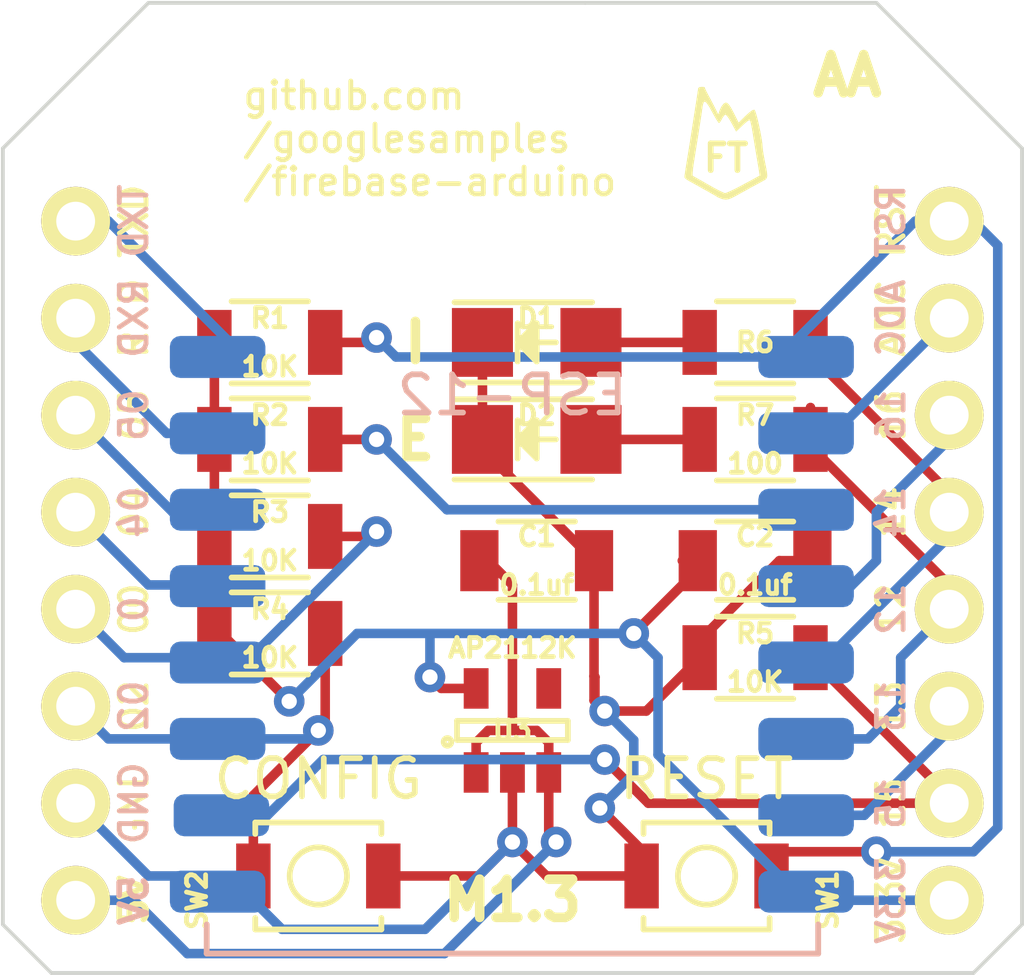
<source format=kicad_pcb>
(kicad_pcb (version 4) (host pcbnew "(2016-07-11 BZR 6975, Git 98ad509)-product")

  (general
    (links 43)
    (no_connects 0)
    (area 179.019999 75.514999 205.790001 101.015001)
    (thickness 1.6)
    (drawings 12)
    (tracks 162)
    (zones 0)
    (modules 17)
    (nets 21)
  )

  (page A4)
  (layers
    (0 F.Cu signal)
    (31 B.Cu signal)
    (32 B.Adhes user)
    (33 F.Adhes user)
    (34 B.Paste user)
    (35 F.Paste user)
    (36 B.SilkS user)
    (37 F.SilkS user)
    (38 B.Mask user)
    (39 F.Mask user)
    (40 Dwgs.User user)
    (41 Cmts.User user)
    (42 Eco1.User user)
    (43 Eco2.User user)
    (44 Edge.Cuts user)
    (45 Margin user)
    (46 B.CrtYd user)
    (47 F.CrtYd user)
    (48 B.Fab user)
    (49 F.Fab user)
  )

  (setup
    (last_trace_width 0.25)
    (trace_clearance 0.2)
    (zone_clearance 0.508)
    (zone_45_only no)
    (trace_min 0.2)
    (segment_width 0.2)
    (edge_width 0.1)
    (via_size 0.8)
    (via_drill 0.4)
    (via_min_size 0.4)
    (via_min_drill 0.3)
    (uvia_size 0.3)
    (uvia_drill 0.1)
    (uvias_allowed no)
    (uvia_min_size 0.2)
    (uvia_min_drill 0.1)
    (pcb_text_width 0.3)
    (pcb_text_size 1.5 1.5)
    (mod_edge_width 0.15)
    (mod_text_size 1 1)
    (mod_text_width 0.15)
    (pad_size 1.5 1.5)
    (pad_drill 0.6)
    (pad_to_mask_clearance 0)
    (aux_axis_origin 0 0)
    (visible_elements FFFFFF7F)
    (pcbplotparams
      (layerselection 0x010f8_ffffffff)
      (usegerberextensions false)
      (excludeedgelayer false)
      (linewidth 0.100000)
      (plotframeref false)
      (viasonmask false)
      (mode 1)
      (useauxorigin false)
      (hpglpennumber 1)
      (hpglpenspeed 20)
      (hpglpendiameter 15)
      (psnegative false)
      (psa4output false)
      (plotreference true)
      (plotvalue true)
      (plotinvisibletext false)
      (padsonsilk false)
      (subtractmaskfromsilk false)
      (outputformat 1)
      (mirror false)
      (drillshape 0)
      (scaleselection 1)
      (outputdirectory gerbers1.3/))
  )

  (net 0 "")
  (net 1 /RST)
  (net 2 GND)
  (net 3 /EN)
  (net 4 /RX)
  (net 5 /TX)
  (net 6 /FLASH/0/D3)
  (net 7 /SS/15/D8)
  (net 8 /MISO/12/D6)
  (net 9 /MOSI/13/D7)
  (net 10 /SCL/5/D1)
  (net 11 /SDA/4/D2)
  (net 12 /2/D4)
  (net 13 /SCK/14/D5)
  (net 14 /16/D0)
  (net 15 /ADC/A0)
  (net 16 +3V3)
  (net 17 "Net-(D1-Pad2)")
  (net 18 "Net-(D2-Pad2)")
  (net 19 +5V)
  (net 20 "Net-(U3-Pad4)")

  (net_class Default "This is the default net class."
    (clearance 0.2)
    (trace_width 0.25)
    (via_dia 0.8)
    (via_drill 0.4)
    (uvia_dia 0.3)
    (uvia_drill 0.1)
    (add_net +3V3)
    (add_net +5V)
    (add_net /16/D0)
    (add_net /2/D4)
    (add_net /ADC/A0)
    (add_net /EN)
    (add_net /FLASH/0/D3)
    (add_net /MISO/12/D6)
    (add_net /MOSI/13/D7)
    (add_net /RST)
    (add_net /RX)
    (add_net /SCK/14/D5)
    (add_net /SCL/5/D1)
    (add_net /SDA/4/D2)
    (add_net /SS/15/D8)
    (add_net /TX)
    (add_net GND)
    (add_net "Net-(D1-Pad2)")
    (add_net "Net-(D2-Pad2)")
    (add_net "Net-(U3-Pad4)")
  )

  (module firethings-mini locked (layer F.Cu) (tedit 57AFB6F9) (tstamp 57B88A32)
    (at 192.405 91.44)
    (path /577AD0C8)
    (fp_text reference U2 (at 0 11.43) (layer F.SilkS) hide
      (effects (font (size 1 1) (thickness 0.15)))
    )
    (fp_text value Firethings_Mini (at 0 3.81) (layer F.Fab) hide
      (effects (font (size 1 1) (thickness 0.15)))
    )
    (fp_text user 5V (at -9.906 7.62 90) (layer B.SilkS)
      (effects (font (size 0.7 0.7) (thickness 0.15)) (justify mirror))
    )
    (fp_text user 5V (at -9.906 7.62 90) (layer F.SilkS)
      (effects (font (size 0.7 0.7) (thickness 0.15)))
    )
    (fp_line (start -13.335 8.255) (end -13.335 -12.065) (layer F.Fab) (width 0.15))
    (fp_line (start -13.335 8.255) (end -12.065 9.525) (layer F.Fab) (width 0.15))
    (fp_line (start -12.065 9.525) (end 12.065 9.525) (layer F.Fab) (width 0.15))
    (fp_line (start 12.065 9.525) (end 13.335 8.255) (layer F.Fab) (width 0.15))
    (fp_line (start 13.335 8.255) (end 13.335 -12.065) (layer F.Fab) (width 0.15))
    (fp_line (start 13.335 -12.065) (end 9.525 -15.875) (layer F.Fab) (width 0.15))
    (fp_line (start 9.525 -15.875) (end -9.525 -15.875) (layer F.Fab) (width 0.15))
    (fp_line (start -9.525 -15.875) (end -13.335 -12.065) (layer F.Fab) (width 0.15))
    (fp_text user 3.3V (at 9.906 7.62 90) (layer B.SilkS)
      (effects (font (size 0.7 0.7) (thickness 0.125)) (justify mirror))
    )
    (fp_text user 15 (at 9.906 5.08 90) (layer B.SilkS)
      (effects (font (size 0.7 0.7) (thickness 0.125)) (justify mirror))
    )
    (fp_text user 13 (at 9.906 2.54 90) (layer B.SilkS)
      (effects (font (size 0.7 0.7) (thickness 0.125)) (justify mirror))
    )
    (fp_text user 12 (at 9.906 0 90) (layer B.SilkS)
      (effects (font (size 0.7 0.7) (thickness 0.125)) (justify mirror))
    )
    (fp_text user 14 (at 9.906 -2.54 90) (layer B.SilkS)
      (effects (font (size 0.7 0.7) (thickness 0.125)) (justify mirror))
    )
    (fp_text user 16 (at 9.906 -5.08 90) (layer B.SilkS)
      (effects (font (size 0.7 0.7) (thickness 0.125)) (justify mirror))
    )
    (fp_text user ADC (at 9.906 -7.62 90) (layer B.SilkS)
      (effects (font (size 0.7 0.7) (thickness 0.125)) (justify mirror))
    )
    (fp_text user RST (at 9.906 -10.16 90) (layer B.SilkS)
      (effects (font (size 0.7 0.7) (thickness 0.125)) (justify mirror))
    )
    (fp_text user GND (at -9.906 5.08 90) (layer B.SilkS)
      (effects (font (size 0.7 0.7) (thickness 0.125)) (justify mirror))
    )
    (fp_text user 02 (at -9.906 2.54 90) (layer B.SilkS)
      (effects (font (size 0.7 0.7) (thickness 0.125)) (justify mirror))
    )
    (fp_text user 0 (at -9.906 0 90) (layer B.SilkS)
      (effects (font (size 0.7 0.7) (thickness 0.125)) (justify mirror))
    )
    (fp_text user 04 (at -9.906 -2.54 90) (layer B.SilkS)
      (effects (font (size 0.7 0.7) (thickness 0.125)) (justify mirror))
    )
    (fp_text user 05 (at -9.906 -5.08 90) (layer B.SilkS)
      (effects (font (size 0.7 0.7) (thickness 0.125)) (justify mirror))
    )
    (fp_text user RXD (at -9.906 -7.62 90) (layer B.SilkS)
      (effects (font (size 0.7 0.7) (thickness 0.125)) (justify mirror))
    )
    (fp_text user TXD (at -9.906 -10.16 90) (layer B.SilkS)
      (effects (font (size 0.7 0.7) (thickness 0.125)) (justify mirror))
    )
    (fp_text user 14 (at 9.906 -2.54 90) (layer F.SilkS)
      (effects (font (size 0.7 0.7) (thickness 0.125)))
    )
    (fp_text user 12 (at 9.906 0 90) (layer F.SilkS)
      (effects (font (size 0.7 0.7) (thickness 0.125)))
    )
    (fp_text user 13 (at 9.906 2.54 90) (layer F.SilkS)
      (effects (font (size 0.7 0.7) (thickness 0.125)))
    )
    (fp_text user 15 (at 9.906 5.08 90) (layer F.SilkS)
      (effects (font (size 0.7 0.7) (thickness 0.125)))
    )
    (fp_text user 05 (at -9.906 -5.08 90) (layer F.SilkS)
      (effects (font (size 0.7 0.7) (thickness 0.125)))
    )
    (fp_text user 04 (at -9.906 -2.54 90) (layer F.SilkS)
      (effects (font (size 0.7 0.7) (thickness 0.125)))
    )
    (fp_text user 00 (at -9.906 0 90) (layer F.SilkS)
      (effects (font (size 0.7 0.7) (thickness 0.125)))
    )
    (fp_text user 3.3V (at 9.906 7.62 90) (layer F.SilkS)
      (effects (font (size 0.7 0.7) (thickness 0.125)))
    )
    (fp_text user 16 (at 9.906 -5.08 90) (layer F.SilkS)
      (effects (font (size 0.7 0.7) (thickness 0.125)))
    )
    (fp_text user ADC (at 9.906 -7.62 90) (layer F.SilkS)
      (effects (font (size 0.7 0.7) (thickness 0.125)))
    )
    (fp_text user RST (at 9.906 -10.16 90) (layer F.SilkS)
      (effects (font (size 0.7 0.7) (thickness 0.125)))
    )
    (fp_text user GND (at -9.906 5.08 90) (layer F.SilkS)
      (effects (font (size 0.7 0.7) (thickness 0.125)))
    )
    (fp_text user 02 (at -9.906 2.54 90) (layer F.SilkS)
      (effects (font (size 0.7 0.7) (thickness 0.125)))
    )
    (fp_text user RXD (at -9.906 -7.62 90) (layer F.SilkS)
      (effects (font (size 0.7 0.7) (thickness 0.125)))
    )
    (fp_text user TXD (at -9.906 -10.16 90) (layer F.SilkS)
      (effects (font (size 0.7 0.7) (thickness 0.125)))
    )
    (pad 8 thru_hole circle (at -11.43 -10.16) (size 1.8 1.8) (drill 1.016) (layers *.Cu *.Mask F.SilkS)
      (net 5 /TX))
    (pad 7 thru_hole circle (at -11.43 -7.62) (size 1.8 1.8) (drill 1.016) (layers *.Cu *.Mask F.SilkS)
      (net 4 /RX))
    (pad 6 thru_hole circle (at -11.43 -5.08) (size 1.8 1.8) (drill 1.016) (layers *.Cu *.Mask F.SilkS)
      (net 10 /SCL/5/D1))
    (pad 5 thru_hole circle (at -11.43 -2.54) (size 1.8 1.8) (drill 1.016) (layers *.Cu *.Mask F.SilkS)
      (net 11 /SDA/4/D2))
    (pad 4 thru_hole circle (at -11.43 0) (size 1.8 1.8) (drill 1.016) (layers *.Cu *.Mask F.SilkS)
      (net 6 /FLASH/0/D3))
    (pad 3 thru_hole circle (at -11.43 2.54) (size 1.8 1.8) (drill 1.016) (layers *.Cu *.Mask F.SilkS)
      (net 12 /2/D4))
    (pad 2 thru_hole circle (at -11.43 5.08) (size 1.8 1.8) (drill 1.016) (layers *.Cu *.Mask F.SilkS)
      (net 2 GND))
    (pad 1 thru_hole circle (at -11.43 7.62) (size 1.8 1.8) (drill 1.016) (layers *.Cu *.Mask F.SilkS)
      (net 19 +5V))
    (pad 16 thru_hole circle (at 11.43 7.62) (size 1.8 1.8) (drill 1.016) (layers *.Cu *.Mask F.SilkS)
      (net 16 +3V3))
    (pad 15 thru_hole circle (at 11.43 5.08) (size 1.8 1.8) (drill 1.016) (layers *.Cu *.Mask F.SilkS)
      (net 7 /SS/15/D8))
    (pad 14 thru_hole circle (at 11.43 2.54) (size 1.8 1.8) (drill 1.016) (layers *.Cu *.Mask F.SilkS)
      (net 9 /MOSI/13/D7))
    (pad 13 thru_hole circle (at 11.43 0) (size 1.8 1.8) (drill 1.016) (layers *.Cu *.Mask F.SilkS)
      (net 8 /MISO/12/D6))
    (pad 12 thru_hole circle (at 11.43 -2.54) (size 1.8 1.8) (drill 1.016) (layers *.Cu *.Mask F.SilkS)
      (net 13 /SCK/14/D5))
    (pad 11 thru_hole circle (at 11.43 -5.08) (size 1.8 1.8) (drill 1.016) (layers *.Cu *.Mask F.SilkS)
      (net 14 /16/D0))
    (pad 10 thru_hole circle (at 11.43 -7.62) (size 1.8 1.8) (drill 1.016) (layers *.Cu *.Mask F.SilkS)
      (net 15 /ADC/A0))
    (pad 9 thru_hole circle (at 11.43 -10.16) (size 1.8 1.8) (drill 1.016) (layers *.Cu *.Mask F.SilkS)
      (net 1 /RST))
    (model ${KISYS3DMOD}/Pin_Headers.3dshapes/Pin_Header_Straight_1x08.wrl
      (at (xyz -0.455 0.05 -0.05))
      (scale (xyz 1 1 1))
      (rotate (xyz 180 0 90))
    )
    (model ${KISYS3DMOD}/Pin_Headers.3dshapes/Pin_Header_Straight_1x08.wrl
      (at (xyz 0.455 0.05 -0.05))
      (scale (xyz 1 1 1))
      (rotate (xyz 180 0 90))
    )
  )

  (module afshar-kicad-libraries:ESP-12-SMD locked (layer B.Cu) (tedit 577D20FD) (tstamp 577D2F73)
    (at 199.39 84.836 180)
    (descr "Module, ESP-8266, ESP-12, 16 pad, SMD")
    (tags "Module ESP-8266 ESP8266")
    (path /57795B78)
    (fp_text reference U1 (at 1.5 -16.6 180) (layer B.SilkS) hide
      (effects (font (size 1 1) (thickness 0.15)) (justify mirror))
    )
    (fp_text value ESP-12 (at 6.992 -1 180) (layer B.SilkS)
      (effects (font (size 1 1) (thickness 0.15)) (justify mirror))
    )
    (fp_line (start -2.25 0.5) (end -2.25 8.75) (layer B.CrtYd) (width 0.05))
    (fp_line (start -2.25 8.75) (end 15.25 8.75) (layer B.CrtYd) (width 0.05))
    (fp_line (start 15.25 8.75) (end 16.25 8.75) (layer B.CrtYd) (width 0.05))
    (fp_line (start 16.25 8.75) (end 16.25 -16) (layer B.CrtYd) (width 0.05))
    (fp_line (start 16.25 -16) (end -2.25 -16) (layer B.CrtYd) (width 0.05))
    (fp_line (start -2.25 -16) (end -2.25 0.5) (layer B.CrtYd) (width 0.05))
    (fp_line (start -1.016 8.382) (end 14.986 8.382) (layer B.CrtYd) (width 0.1524))
    (fp_line (start 14.986 8.382) (end 14.986 0.889) (layer B.CrtYd) (width 0.1524))
    (fp_line (start -1.016 8.382) (end -1.016 1.016) (layer B.CrtYd) (width 0.1524))
    (fp_line (start -1.016 -14.859) (end -1.016 -15.621) (layer B.SilkS) (width 0.1524))
    (fp_line (start -1.016 -15.621) (end 14.986 -15.621) (layer B.SilkS) (width 0.1524))
    (fp_line (start 14.986 -15.621) (end 14.986 -14.859) (layer B.SilkS) (width 0.1524))
    (fp_line (start 14.992 8.4) (end -1.008 2.6) (layer B.CrtYd) (width 0.1524))
    (fp_line (start -1.008 8.4) (end 14.992 2.6) (layer B.CrtYd) (width 0.1524))
    (fp_line (start -1.008 2.6) (end 14.992 2.6) (layer B.CrtYd) (width 0.1524))
    (fp_line (start 15 8.4) (end 15 -15.6) (layer B.Fab) (width 0.05))
    (fp_line (start 14.992 -15.6) (end -1.008 -15.6) (layer B.Fab) (width 0.05))
    (fp_line (start -1.008 -15.6) (end -1.008 8.4) (layer B.Fab) (width 0.05))
    (fp_line (start -1.008 8.4) (end 14.992 8.4) (layer B.Fab) (width 0.05))
    (pad 1 smd roundrect (at 0 0 180) (size 2.5 1.1) (drill (offset -0.7 0)) (layers B.Cu B.Paste B.Mask)(roundrect_rratio 0.25)
      (net 1 /RST))
    (pad 2 smd roundrect (at 0 -2 180) (size 2.5 1.1) (drill (offset -0.7 0)) (layers B.Cu B.Paste B.Mask)(roundrect_rratio 0.25)
      (net 15 /ADC/A0))
    (pad 3 smd roundrect (at 0 -4 180) (size 2.5 1.1) (drill (offset -0.7 0)) (layers B.Cu B.Paste B.Mask)(roundrect_rratio 0.25)
      (net 3 /EN))
    (pad 4 smd roundrect (at 0 -6 180) (size 2.5 1.1) (drill (offset -0.7 0)) (layers B.Cu B.Paste B.Mask)(roundrect_rratio 0.25)
      (net 14 /16/D0))
    (pad 5 smd roundrect (at 0 -8 180) (size 2.5 1.1) (drill (offset -0.7 0)) (layers B.Cu B.Paste B.Mask)(roundrect_rratio 0.25)
      (net 13 /SCK/14/D5))
    (pad 6 smd roundrect (at 0 -10 180) (size 2.5 1.1) (drill (offset -0.7 0)) (layers B.Cu B.Paste B.Mask)(roundrect_rratio 0.25)
      (net 8 /MISO/12/D6))
    (pad 7 smd roundrect (at 0 -12 180) (size 2.5 1.1) (drill (offset -0.7 0)) (layers B.Cu B.Paste B.Mask)(roundrect_rratio 0.25)
      (net 9 /MOSI/13/D7))
    (pad 8 smd roundrect (at 0 -14 180) (size 2.5 1.1) (drill (offset -0.7 0)) (layers B.Cu B.Paste B.Mask)(roundrect_rratio 0.25)
      (net 16 +3V3))
    (pad 9 smd roundrect (at 14 -14 180) (size 2.5 1.1) (drill (offset 0.7 0)) (layers B.Cu B.Paste B.Mask)(roundrect_rratio 0.25)
      (net 2 GND))
    (pad 10 smd roundrect (at 14 -12 180) (size 2.5 1.1) (drill (offset 0.6 0)) (layers B.Cu B.Paste B.Mask)(roundrect_rratio 0.25)
      (net 7 /SS/15/D8))
    (pad 11 smd roundrect (at 14 -10 180) (size 2.5 1.1) (drill (offset 0.7 0)) (layers B.Cu B.Paste B.Mask)(roundrect_rratio 0.25)
      (net 12 /2/D4))
    (pad 12 smd roundrect (at 14 -8 180) (size 2.5 1.1) (drill (offset 0.7 0)) (layers B.Cu B.Paste B.Mask)(roundrect_rratio 0.25)
      (net 6 /FLASH/0/D3))
    (pad 13 smd roundrect (at 14 -6 180) (size 2.5 1.1) (drill (offset 0.7 0)) (layers B.Cu B.Paste B.Mask)(roundrect_rratio 0.25)
      (net 11 /SDA/4/D2))
    (pad 14 smd roundrect (at 14 -4 180) (size 2.5 1.1) (drill (offset 0.7 0)) (layers B.Cu B.Paste B.Mask)(roundrect_rratio 0.25)
      (net 10 /SCL/5/D1))
    (pad 15 smd roundrect (at 14 -2 180) (size 2.5 1.1) (drill (offset 0.7 0)) (layers B.Cu B.Paste B.Mask)(roundrect_rratio 0.25)
      (net 4 /RX))
    (pad 16 smd roundrect (at 14 0 180) (size 2.5 1.1) (drill (offset 0.7 0)) (layers B.Cu B.Paste B.Mask)(roundrect_rratio 0.25)
      (net 5 /TX))
    (model ${ESPLIB}/ESP8266.3dshapes/ESP-12.wrl
      (at (xyz 0 0 0))
      (scale (xyz 0.3937 0.3937 0.3937))
      (rotate (xyz 0 0 0))
    )
  )

  (module LEDs:LED_1206 (layer F.Cu) (tedit 57AE30D4) (tstamp 57962D09)
    (at 193.04 84.455)
    (descr "LED 1206 smd package")
    (tags "LED1206 SMD")
    (path /57962C56)
    (attr smd)
    (fp_text reference D1 (at 0 -0.635) (layer F.SilkS)
      (effects (font (size 0.5 0.5) (thickness 0.125)))
    )
    (fp_text value I (at -3.175 0) (layer F.SilkS)
      (effects (font (size 1 1) (thickness 0.25)))
    )
    (fp_line (start -2.15 1.05) (end 1.45 1.05) (layer F.SilkS) (width 0.15))
    (fp_line (start -2.15 -1.05) (end 1.45 -1.05) (layer F.SilkS) (width 0.15))
    (fp_line (start -0.1 -0.3) (end -0.1 0.3) (layer F.SilkS) (width 0.15))
    (fp_line (start -0.1 0.3) (end -0.4 0) (layer F.SilkS) (width 0.15))
    (fp_line (start -0.4 0) (end -0.2 -0.2) (layer F.SilkS) (width 0.15))
    (fp_line (start -0.2 -0.2) (end -0.2 0.05) (layer F.SilkS) (width 0.15))
    (fp_line (start -0.2 0.05) (end -0.25 0) (layer F.SilkS) (width 0.15))
    (fp_line (start -0.5 -0.5) (end -0.5 0.5) (layer F.SilkS) (width 0.15))
    (fp_line (start 0 0) (end 0.5 0) (layer F.SilkS) (width 0.15))
    (fp_line (start -0.5 0) (end 0 -0.5) (layer F.SilkS) (width 0.15))
    (fp_line (start 0 -0.5) (end 0 0.5) (layer F.SilkS) (width 0.15))
    (fp_line (start 0 0.5) (end -0.5 0) (layer F.SilkS) (width 0.15))
    (fp_line (start 2.5 -1.25) (end -2.5 -1.25) (layer F.CrtYd) (width 0.05))
    (fp_line (start -2.5 -1.25) (end -2.5 1.25) (layer F.CrtYd) (width 0.05))
    (fp_line (start -2.5 1.25) (end 2.5 1.25) (layer F.CrtYd) (width 0.05))
    (fp_line (start 2.5 1.25) (end 2.5 -1.25) (layer F.CrtYd) (width 0.05))
    (pad 2 smd rect (at 1.41986 0 180) (size 1.59766 1.80086) (layers F.Cu F.Paste F.Mask)
      (net 17 "Net-(D1-Pad2)"))
    (pad 1 smd rect (at -1.41986 0 180) (size 1.59766 1.80086) (layers F.Cu F.Paste F.Mask)
      (net 2 GND))
    (model LEDs.3dshapes/LED_1206.wrl
      (at (xyz 0 0 0))
      (scale (xyz 1 1 1))
      (rotate (xyz 0 0 180))
    )
  )

  (module LEDs:LED_1206 (layer F.Cu) (tedit 57AE30D8) (tstamp 5797AB8B)
    (at 193.04 86.995)
    (descr "LED 1206 smd package")
    (tags "LED1206 SMD")
    (path /5797AFAD)
    (attr smd)
    (fp_text reference D2 (at 0 -0.635) (layer F.SilkS)
      (effects (font (size 0.5 0.5) (thickness 0.125)))
    )
    (fp_text value E (at -3.175 0) (layer F.SilkS)
      (effects (font (size 1 1) (thickness 0.25)))
    )
    (fp_line (start -2.15 1.05) (end 1.45 1.05) (layer F.SilkS) (width 0.15))
    (fp_line (start -2.15 -1.05) (end 1.45 -1.05) (layer F.SilkS) (width 0.15))
    (fp_line (start -0.1 -0.3) (end -0.1 0.3) (layer F.SilkS) (width 0.15))
    (fp_line (start -0.1 0.3) (end -0.4 0) (layer F.SilkS) (width 0.15))
    (fp_line (start -0.4 0) (end -0.2 -0.2) (layer F.SilkS) (width 0.15))
    (fp_line (start -0.2 -0.2) (end -0.2 0.05) (layer F.SilkS) (width 0.15))
    (fp_line (start -0.2 0.05) (end -0.25 0) (layer F.SilkS) (width 0.15))
    (fp_line (start -0.5 -0.5) (end -0.5 0.5) (layer F.SilkS) (width 0.15))
    (fp_line (start 0 0) (end 0.5 0) (layer F.SilkS) (width 0.15))
    (fp_line (start -0.5 0) (end 0 -0.5) (layer F.SilkS) (width 0.15))
    (fp_line (start 0 -0.5) (end 0 0.5) (layer F.SilkS) (width 0.15))
    (fp_line (start 0 0.5) (end -0.5 0) (layer F.SilkS) (width 0.15))
    (fp_line (start 2.5 -1.25) (end -2.5 -1.25) (layer F.CrtYd) (width 0.05))
    (fp_line (start -2.5 -1.25) (end -2.5 1.25) (layer F.CrtYd) (width 0.05))
    (fp_line (start -2.5 1.25) (end 2.5 1.25) (layer F.CrtYd) (width 0.05))
    (fp_line (start 2.5 1.25) (end 2.5 -1.25) (layer F.CrtYd) (width 0.05))
    (pad 2 smd rect (at 1.41986 0 180) (size 1.59766 1.80086) (layers F.Cu F.Paste F.Mask)
      (net 18 "Net-(D2-Pad2)"))
    (pad 1 smd rect (at -1.41986 0 180) (size 1.59766 1.80086) (layers F.Cu F.Paste F.Mask)
      (net 2 GND))
    (model LEDs.3dshapes/LED_1206.wrl
      (at (xyz 0 0 0))
      (scale (xyz 1 1 1))
      (rotate (xyz 0 0 180))
    )
  )

  (module Capacitors_SMD:C_1206 (layer F.Cu) (tedit 57AFBA58) (tstamp 57B86F4B)
    (at 193.04 90.17)
    (descr "Capacitor SMD 1206, reflow soldering, AVX (see smccp.pdf)")
    (tags "capacitor 1206")
    (path /579D1D49)
    (attr smd)
    (fp_text reference C1 (at 0 -0.635 180) (layer F.SilkS)
      (effects (font (size 0.5 0.5) (thickness 0.125)))
    )
    (fp_text value 0.1uf (at 0 0.635) (layer F.SilkS)
      (effects (font (size 0.5 0.5) (thickness 0.125)))
    )
    (fp_line (start -2.3 -1.15) (end 2.3 -1.15) (layer F.CrtYd) (width 0.05))
    (fp_line (start -2.3 1.15) (end 2.3 1.15) (layer F.CrtYd) (width 0.05))
    (fp_line (start -2.3 -1.15) (end -2.3 1.15) (layer F.CrtYd) (width 0.05))
    (fp_line (start 2.3 -1.15) (end 2.3 1.15) (layer F.CrtYd) (width 0.05))
    (fp_line (start 1 -1.025) (end -1 -1.025) (layer F.SilkS) (width 0.15))
    (fp_line (start -1 1.025) (end 1 1.025) (layer F.SilkS) (width 0.15))
    (pad 1 smd rect (at -1.5 0) (size 1 1.6) (layers F.Cu F.Paste F.Mask)
      (net 19 +5V))
    (pad 2 smd rect (at 1.5 0) (size 1 1.6) (layers F.Cu F.Paste F.Mask)
      (net 2 GND))
    (model Capacitors_SMD.3dshapes/C_1206.wrl
      (at (xyz 0 0 0))
      (scale (xyz 1 1 1))
      (rotate (xyz 0 0 0))
    )
  )

  (module Capacitors_SMD:C_1206 (layer F.Cu) (tedit 57AFBA8F) (tstamp 57B86F51)
    (at 198.755 90.17)
    (descr "Capacitor SMD 1206, reflow soldering, AVX (see smccp.pdf)")
    (tags "capacitor 1206")
    (path /579D18FF)
    (attr smd)
    (fp_text reference C2 (at 0 -0.635 180) (layer F.SilkS)
      (effects (font (size 0.5 0.5) (thickness 0.125)))
    )
    (fp_text value 0.1uf (at 0 0.635) (layer F.SilkS)
      (effects (font (size 0.5 0.5) (thickness 0.125)))
    )
    (fp_line (start -2.3 -1.15) (end 2.3 -1.15) (layer F.CrtYd) (width 0.05))
    (fp_line (start -2.3 1.15) (end 2.3 1.15) (layer F.CrtYd) (width 0.05))
    (fp_line (start -2.3 -1.15) (end -2.3 1.15) (layer F.CrtYd) (width 0.05))
    (fp_line (start 2.3 -1.15) (end 2.3 1.15) (layer F.CrtYd) (width 0.05))
    (fp_line (start 1 -1.025) (end -1 -1.025) (layer F.SilkS) (width 0.15))
    (fp_line (start -1 1.025) (end 1 1.025) (layer F.SilkS) (width 0.15))
    (pad 1 smd rect (at -1.5 0) (size 1 1.6) (layers F.Cu F.Paste F.Mask)
      (net 16 +3V3))
    (pad 2 smd rect (at 1.5 0) (size 1 1.6) (layers F.Cu F.Paste F.Mask)
      (net 2 GND))
    (model Capacitors_SMD.3dshapes/C_1206.wrl
      (at (xyz 0 0 0))
      (scale (xyz 1 1 1))
      (rotate (xyz 0 0 0))
    )
  )

  (module TO_SOT_Packages_SMD:SOT-23-5 (layer F.Cu) (tedit 57AFBAD6) (tstamp 57B86F61)
    (at 192.405 94.615 90)
    (descr "5-pin SOT23 package")
    (tags SOT-23-5)
    (path /579D17F1)
    (attr smd)
    (fp_text reference U3 (at 0 0 180) (layer F.SilkS)
      (effects (font (size 0.5 0.5) (thickness 0.125)))
    )
    (fp_text value AP2112K (at 2.159 0 360) (layer F.SilkS)
      (effects (font (size 0.5 0.5) (thickness 0.125)))
    )
    (fp_line (start -1.8 -1.6) (end 1.8 -1.6) (layer F.CrtYd) (width 0.05))
    (fp_line (start 1.8 -1.6) (end 1.8 1.6) (layer F.CrtYd) (width 0.05))
    (fp_line (start 1.8 1.6) (end -1.8 1.6) (layer F.CrtYd) (width 0.05))
    (fp_line (start -1.8 1.6) (end -1.8 -1.6) (layer F.CrtYd) (width 0.05))
    (fp_circle (center -0.3 -1.7) (end -0.2 -1.7) (layer F.SilkS) (width 0.15))
    (fp_line (start 0.25 -1.45) (end -0.25 -1.45) (layer F.SilkS) (width 0.15))
    (fp_line (start 0.25 1.45) (end 0.25 -1.45) (layer F.SilkS) (width 0.15))
    (fp_line (start -0.25 1.45) (end 0.25 1.45) (layer F.SilkS) (width 0.15))
    (fp_line (start -0.25 -1.45) (end -0.25 1.45) (layer F.SilkS) (width 0.15))
    (pad 1 smd rect (at -1.1 -0.95 90) (size 1.06 0.65) (layers F.Cu F.Paste F.Mask)
      (net 19 +5V))
    (pad 2 smd rect (at -1.1 0 90) (size 1.06 0.65) (layers F.Cu F.Paste F.Mask)
      (net 2 GND))
    (pad 3 smd rect (at -1.1 0.95 90) (size 1.06 0.65) (layers F.Cu F.Paste F.Mask)
      (net 19 +5V))
    (pad 4 smd rect (at 1.1 0.95 90) (size 1.06 0.65) (layers F.Cu F.Paste F.Mask)
      (net 20 "Net-(U3-Pad4)"))
    (pad 5 smd rect (at 1.1 -0.95 90) (size 1.06 0.65) (layers F.Cu F.Paste F.Mask)
      (net 16 +3V3))
    (model TO_SOT_Packages_SMD.3dshapes/SOT-23-5.wrl
      (at (xyz 0 0 0))
      (scale (xyz 1 1 1))
      (rotate (xyz 0 0 0))
    )
  )

  (module Resistors_SMD:R_1206 (layer F.Cu) (tedit 57AFB72E) (tstamp 57B86FE5)
    (at 186.055 84.455 180)
    (descr "Resistor SMD 1206, reflow soldering, Vishay (see dcrcw.pdf)")
    (tags "resistor 1206")
    (path /57795AB9)
    (attr smd)
    (fp_text reference R1 (at 0 0.635 180) (layer F.SilkS)
      (effects (font (size 0.5 0.5) (thickness 0.125)))
    )
    (fp_text value 10K (at 0 -0.635 360) (layer F.SilkS)
      (effects (font (size 0.5 0.5) (thickness 0.125)))
    )
    (fp_line (start -2.2 -1.2) (end 2.2 -1.2) (layer F.CrtYd) (width 0.05))
    (fp_line (start -2.2 1.2) (end 2.2 1.2) (layer F.CrtYd) (width 0.05))
    (fp_line (start -2.2 -1.2) (end -2.2 1.2) (layer F.CrtYd) (width 0.05))
    (fp_line (start 2.2 -1.2) (end 2.2 1.2) (layer F.CrtYd) (width 0.05))
    (fp_line (start 1 1.075) (end -1 1.075) (layer F.SilkS) (width 0.15))
    (fp_line (start -1 -1.075) (end 1 -1.075) (layer F.SilkS) (width 0.15))
    (pad 1 smd rect (at -1.45 0 180) (size 0.9 1.7) (layers F.Cu F.Paste F.Mask)
      (net 1 /RST))
    (pad 2 smd rect (at 1.45 0 180) (size 0.9 1.7) (layers F.Cu F.Paste F.Mask)
      (net 16 +3V3))
    (model Resistors_SMD.3dshapes/R_1206.wrl
      (at (xyz 0 0 0))
      (scale (xyz 1 1 1))
      (rotate (xyz 0 0 0))
    )
  )

  (module Resistors_SMD:R_1206 (layer F.Cu) (tedit 57AFB747) (tstamp 57B86FEA)
    (at 186.055 86.995)
    (descr "Resistor SMD 1206, reflow soldering, Vishay (see dcrcw.pdf)")
    (tags "resistor 1206")
    (path /57795ABB)
    (attr smd)
    (fp_text reference R2 (at 0 -0.635) (layer F.SilkS)
      (effects (font (size 0.5 0.5) (thickness 0.125)))
    )
    (fp_text value 10K (at 0 0.635) (layer F.SilkS)
      (effects (font (size 0.5 0.5) (thickness 0.125)))
    )
    (fp_line (start -2.2 -1.2) (end 2.2 -1.2) (layer F.CrtYd) (width 0.05))
    (fp_line (start -2.2 1.2) (end 2.2 1.2) (layer F.CrtYd) (width 0.05))
    (fp_line (start -2.2 -1.2) (end -2.2 1.2) (layer F.CrtYd) (width 0.05))
    (fp_line (start 2.2 -1.2) (end 2.2 1.2) (layer F.CrtYd) (width 0.05))
    (fp_line (start 1 1.075) (end -1 1.075) (layer F.SilkS) (width 0.15))
    (fp_line (start -1 -1.075) (end 1 -1.075) (layer F.SilkS) (width 0.15))
    (pad 1 smd rect (at -1.45 0) (size 0.9 1.7) (layers F.Cu F.Paste F.Mask)
      (net 16 +3V3))
    (pad 2 smd rect (at 1.45 0) (size 0.9 1.7) (layers F.Cu F.Paste F.Mask)
      (net 3 /EN))
    (model Resistors_SMD.3dshapes/R_1206.wrl
      (at (xyz 0 0 0))
      (scale (xyz 1 1 1))
      (rotate (xyz 0 0 0))
    )
  )

  (module Resistors_SMD:R_1206 (layer F.Cu) (tedit 57AFB766) (tstamp 57B86FEF)
    (at 186.055 89.535)
    (descr "Resistor SMD 1206, reflow soldering, Vishay (see dcrcw.pdf)")
    (tags "resistor 1206")
    (path /57795ABC)
    (attr smd)
    (fp_text reference R3 (at 0 -0.635) (layer F.SilkS)
      (effects (font (size 0.5 0.5) (thickness 0.125)))
    )
    (fp_text value 10K (at 0 0.635) (layer F.SilkS)
      (effects (font (size 0.5 0.5) (thickness 0.125)))
    )
    (fp_line (start -2.2 -1.2) (end 2.2 -1.2) (layer F.CrtYd) (width 0.05))
    (fp_line (start -2.2 1.2) (end 2.2 1.2) (layer F.CrtYd) (width 0.05))
    (fp_line (start -2.2 -1.2) (end -2.2 1.2) (layer F.CrtYd) (width 0.05))
    (fp_line (start 2.2 -1.2) (end 2.2 1.2) (layer F.CrtYd) (width 0.05))
    (fp_line (start 1 1.075) (end -1 1.075) (layer F.SilkS) (width 0.15))
    (fp_line (start -1 -1.075) (end 1 -1.075) (layer F.SilkS) (width 0.15))
    (pad 1 smd rect (at -1.45 0) (size 0.9 1.7) (layers F.Cu F.Paste F.Mask)
      (net 16 +3V3))
    (pad 2 smd rect (at 1.45 0) (size 0.9 1.7) (layers F.Cu F.Paste F.Mask)
      (net 6 /FLASH/0/D3))
    (model Resistors_SMD.3dshapes/R_1206.wrl
      (at (xyz 0 0 0))
      (scale (xyz 1 1 1))
      (rotate (xyz 0 0 0))
    )
  )

  (module Resistors_SMD:R_1206 (layer F.Cu) (tedit 57AFB78C) (tstamp 57B86FF4)
    (at 186.055 92.075)
    (descr "Resistor SMD 1206, reflow soldering, Vishay (see dcrcw.pdf)")
    (tags "resistor 1206")
    (path /577DE6C4)
    (attr smd)
    (fp_text reference R4 (at 0 -0.635) (layer F.SilkS)
      (effects (font (size 0.5 0.5) (thickness 0.125)))
    )
    (fp_text value 10K (at 0 0.635) (layer F.SilkS)
      (effects (font (size 0.5 0.5) (thickness 0.125)))
    )
    (fp_line (start -2.2 -1.2) (end 2.2 -1.2) (layer F.CrtYd) (width 0.05))
    (fp_line (start -2.2 1.2) (end 2.2 1.2) (layer F.CrtYd) (width 0.05))
    (fp_line (start -2.2 -1.2) (end -2.2 1.2) (layer F.CrtYd) (width 0.05))
    (fp_line (start 2.2 -1.2) (end 2.2 1.2) (layer F.CrtYd) (width 0.05))
    (fp_line (start 1 1.075) (end -1 1.075) (layer F.SilkS) (width 0.15))
    (fp_line (start -1 -1.075) (end 1 -1.075) (layer F.SilkS) (width 0.15))
    (pad 1 smd rect (at -1.45 0) (size 0.9 1.7) (layers F.Cu F.Paste F.Mask)
      (net 16 +3V3))
    (pad 2 smd rect (at 1.45 0) (size 0.9 1.7) (layers F.Cu F.Paste F.Mask)
      (net 12 /2/D4))
    (model Resistors_SMD.3dshapes/R_1206.wrl
      (at (xyz 0 0 0))
      (scale (xyz 1 1 1))
      (rotate (xyz 0 0 0))
    )
  )

  (module Resistors_SMD:R_1206 (layer F.Cu) (tedit 57AFBA99) (tstamp 57B86FF9)
    (at 198.755 92.71)
    (descr "Resistor SMD 1206, reflow soldering, Vishay (see dcrcw.pdf)")
    (tags "resistor 1206")
    (path /57795ABA)
    (attr smd)
    (fp_text reference R5 (at 0 -0.635) (layer F.SilkS)
      (effects (font (size 0.5 0.5) (thickness 0.125)))
    )
    (fp_text value 10K (at 0 0.635 180) (layer F.SilkS)
      (effects (font (size 0.5 0.5) (thickness 0.125)))
    )
    (fp_line (start -2.2 -1.2) (end 2.2 -1.2) (layer F.CrtYd) (width 0.05))
    (fp_line (start -2.2 1.2) (end 2.2 1.2) (layer F.CrtYd) (width 0.05))
    (fp_line (start -2.2 -1.2) (end -2.2 1.2) (layer F.CrtYd) (width 0.05))
    (fp_line (start 2.2 -1.2) (end 2.2 1.2) (layer F.CrtYd) (width 0.05))
    (fp_line (start 1 1.075) (end -1 1.075) (layer F.SilkS) (width 0.15))
    (fp_line (start -1 -1.075) (end 1 -1.075) (layer F.SilkS) (width 0.15))
    (pad 1 smd rect (at -1.45 0) (size 0.9 1.7) (layers F.Cu F.Paste F.Mask)
      (net 2 GND))
    (pad 2 smd rect (at 1.45 0) (size 0.9 1.7) (layers F.Cu F.Paste F.Mask)
      (net 7 /SS/15/D8))
    (model Resistors_SMD.3dshapes/R_1206.wrl
      (at (xyz 0 0 0))
      (scale (xyz 1 1 1))
      (rotate (xyz 0 0 0))
    )
  )

  (module Resistors_SMD:R_1206 (layer F.Cu) (tedit 579D4F4C) (tstamp 57B86FFE)
    (at 198.755 84.455)
    (descr "Resistor SMD 1206, reflow soldering, Vishay (see dcrcw.pdf)")
    (tags "resistor 1206")
    (path /57962D6F)
    (attr smd)
    (fp_text reference R6 (at 0 0) (layer F.SilkS)
      (effects (font (size 0.5 0.5) (thickness 0.125)))
    )
    (fp_text value 100 (at -2.54 0 90) (layer F.Fab)
      (effects (font (size 0.5 0.5) (thickness 0.125)))
    )
    (fp_line (start -2.2 -1.2) (end 2.2 -1.2) (layer F.CrtYd) (width 0.05))
    (fp_line (start -2.2 1.2) (end 2.2 1.2) (layer F.CrtYd) (width 0.05))
    (fp_line (start -2.2 -1.2) (end -2.2 1.2) (layer F.CrtYd) (width 0.05))
    (fp_line (start 2.2 -1.2) (end 2.2 1.2) (layer F.CrtYd) (width 0.05))
    (fp_line (start 1 1.075) (end -1 1.075) (layer F.SilkS) (width 0.15))
    (fp_line (start -1 -1.075) (end 1 -1.075) (layer F.SilkS) (width 0.15))
    (pad 1 smd rect (at -1.45 0) (size 0.9 1.7) (layers F.Cu F.Paste F.Mask)
      (net 17 "Net-(D1-Pad2)"))
    (pad 2 smd rect (at 1.45 0) (size 0.9 1.7) (layers F.Cu F.Paste F.Mask)
      (net 13 /SCK/14/D5))
    (model Resistors_SMD.3dshapes/R_1206.wrl
      (at (xyz 0 0 0))
      (scale (xyz 1 1 1))
      (rotate (xyz 0 0 0))
    )
  )

  (module Resistors_SMD:R_1206 (layer F.Cu) (tedit 57AFBA84) (tstamp 57B87003)
    (at 198.755 86.995)
    (descr "Resistor SMD 1206, reflow soldering, Vishay (see dcrcw.pdf)")
    (tags "resistor 1206")
    (path /5797AFB3)
    (attr smd)
    (fp_text reference R7 (at 0 -0.635) (layer F.SilkS)
      (effects (font (size 0.5 0.5) (thickness 0.125)))
    )
    (fp_text value 100 (at 0 0.635 180) (layer F.SilkS)
      (effects (font (size 0.5 0.5) (thickness 0.125)))
    )
    (fp_line (start -2.2 -1.2) (end 2.2 -1.2) (layer F.CrtYd) (width 0.05))
    (fp_line (start -2.2 1.2) (end 2.2 1.2) (layer F.CrtYd) (width 0.05))
    (fp_line (start -2.2 -1.2) (end -2.2 1.2) (layer F.CrtYd) (width 0.05))
    (fp_line (start 2.2 -1.2) (end 2.2 1.2) (layer F.CrtYd) (width 0.05))
    (fp_line (start 1 1.075) (end -1 1.075) (layer F.SilkS) (width 0.15))
    (fp_line (start -1 -1.075) (end 1 -1.075) (layer F.SilkS) (width 0.15))
    (pad 1 smd rect (at -1.45 0) (size 0.9 1.7) (layers F.Cu F.Paste F.Mask)
      (net 18 "Net-(D2-Pad2)"))
    (pad 2 smd rect (at 1.45 0) (size 0.9 1.7) (layers F.Cu F.Paste F.Mask)
      (net 8 /MISO/12/D6))
    (model Resistors_SMD.3dshapes/R_1206.wrl
      (at (xyz 0 0 0))
      (scale (xyz 1 1 1))
      (rotate (xyz 0 0 0))
    )
  )

  (module firethings-kicad-libs:firebase-logo (layer F.Cu) (tedit 579D5BCB) (tstamp 5797F961)
    (at 197.993 79.248)
    (fp_text reference LOGO1 (at 0 0) (layer F.SilkS) hide
      (effects (font (thickness 0.3)))
    )
    (fp_text value LOGO (at 0.75 0) (layer F.SilkS) hide
      (effects (font (thickness 0.3)))
    )
    (fp_text user FT (at 0 0.381) (layer F.SilkS)
      (effects (font (size 0.7 0.7) (thickness 0.15)))
    )
    (fp_poly (pts (xy -0.574604 -1.476515) (xy -0.558033 -1.468449) (xy -0.550001 -1.4369) (xy -0.517621 -1.365863)
      (xy -0.471526 -1.277472) (xy -0.400473 -1.144797) (xy -0.325556 -1.000674) (xy -0.2869 -0.92421)
      (xy -0.200406 -0.7503) (xy -0.162664 -0.864659) (xy -0.120581 -0.957124) (xy -0.068336 -1.029951)
      (xy -0.063058 -1.035005) (xy -0.017049 -1.065382) (xy 0.026056 -1.062444) (xy 0.072889 -1.019941)
      (xy 0.13008 -0.931627) (xy 0.204262 -0.791252) (xy 0.212009 -0.775829) (xy 0.330508 -0.539265)
      (xy 0.51279 -0.719645) (xy 0.616531 -0.814409) (xy 0.695537 -0.870327) (xy 0.741407 -0.882246)
      (xy 0.762025 -0.84687) (xy 0.789995 -0.761738) (xy 0.822479 -0.639934) (xy 0.856636 -0.494539)
      (xy 0.889625 -0.338635) (xy 0.918606 -0.185306) (xy 0.94074 -0.047633) (xy 0.953185 0.061301)
      (xy 0.954887 0.101075) (xy 0.961194 0.167594) (xy 0.978129 0.277953) (xy 1.002715 0.413807)
      (xy 1.018547 0.493359) (xy 1.052243 0.660556) (xy 1.071613 0.777125) (xy 1.075317 0.854755)
      (xy 1.062015 0.905139) (xy 1.030369 0.939966) (xy 0.979038 0.970929) (xy 0.962845 0.979503)
      (xy 0.82474 1.053556) (xy 0.643429 1.152812) (xy 0.430879 1.270716) (xy 0.413785 1.280255)
      (xy 0.26925 1.359953) (xy 0.167244 1.412853) (xy 0.095333 1.444272) (xy 0.041081 1.459528)
      (xy -0.007947 1.463938) (xy -0.015915 1.463992) (xy -0.106331 1.447003) (xy -0.206156 1.405247)
      (xy -0.222807 1.395621) (xy -0.326144 1.334349) (xy -0.439833 1.269795) (xy -0.461529 1.257863)
      (xy -0.575948 1.1945) (xy -0.69549 1.126955) (xy -0.716165 1.115093) (xy -0.827434 1.052501)
      (xy -0.941391 0.990542) (xy -0.962844 0.979205) (xy -1.036872 0.932558) (xy -1.079085 0.890787)
      (xy -1.082792 0.880057) (xy -1.078065 0.835896) (xy -1.077221 0.829971) (xy -0.877459 0.829971)
      (xy -0.871322 0.851223) (xy -0.834895 0.870156) (xy -0.754276 0.914888) (xy -0.640349 0.979298)
      (xy -0.503999 1.057265) (xy -0.461529 1.081703) (xy -0.317978 1.162262) (xy -0.19044 1.229832)
      (xy -0.09075 1.278431) (xy -0.030745 1.302076) (xy -0.022894 1.303406) (xy 0.024008 1.289381)
      (xy 0.115136 1.249697) (xy 0.239134 1.189728) (xy 0.384645 1.114849) (xy 0.45455 1.077486)
      (xy 0.60164 0.997854) (xy 0.727352 0.929619) (xy 0.821773 0.878176) (xy 0.874991 0.848917)
      (xy 0.883035 0.844305) (xy 0.881051 0.812701) (xy 0.869778 0.731299) (xy 0.851126 0.612964)
      (xy 0.83055 0.490942) (xy 0.797679 0.297919) (xy 0.761168 0.078555) (xy 0.727079 -0.130579)
      (xy 0.71489 -0.206892) (xy 0.69038 -0.35267) (xy 0.66676 -0.477486) (xy 0.647013 -0.566434)
      (xy 0.635817 -0.602121) (xy 0.611699 -0.615366) (xy 0.565129 -0.592586) (xy 0.488176 -0.529004)
      (xy 0.4395 -0.483897) (xy 0.266805 -0.320569) (xy 0.147076 -0.542239) (xy 0.086115 -0.646441)
      (xy 0.03163 -0.724337) (xy -0.006561 -0.762269) (xy -0.012261 -0.76391) (xy -0.050178 -0.737735)
      (xy -0.094646 -0.672812) (xy -0.104993 -0.652506) (xy -0.14462 -0.581386) (xy -0.176898 -0.543453)
      (xy -0.182505 -0.541493) (xy -0.206783 -0.567998) (xy -0.252511 -0.639066) (xy -0.312203 -0.742553)
      (xy -0.354178 -0.820002) (xy -0.438789 -0.971385) (xy -0.503334 -1.065088) (xy -0.551037 -1.102673)
      (xy -0.585124 -1.085704) (xy -0.608819 -1.015747) (xy -0.619432 -0.948643) (xy -0.632146 -0.855914)
      (xy -0.652601 -0.716865) (xy -0.678309 -0.548006) (xy -0.706779 -0.365849) (xy -0.716876 -0.302381)
      (xy -0.749307 -0.099409) (xy -0.783586 0.11531) (xy -0.815948 0.318186) (xy -0.84263 0.485634)
      (xy -0.846183 0.507951) (xy -0.865426 0.645225) (xy -0.876179 0.757035) (xy -0.877459 0.829971)
      (xy -1.077221 0.829971) (xy -1.06476 0.742597) (xy -1.044911 0.61379) (xy -1.020554 0.463106)
      (xy -1.020293 0.461529) (xy -0.991753 0.286377) (xy -0.957473 0.072379) (xy -0.921282 -0.156372)
      (xy -0.887007 -0.375785) (xy -0.878671 -0.429699) (xy -0.848481 -0.625246) (xy -0.818358 -0.819974)
      (xy -0.791109 -0.995751) (xy -0.769546 -1.134444) (xy -0.762794 -1.177694) (xy -0.744555 -1.296676)
      (xy -0.730659 -1.391794) (xy -0.72374 -1.444942) (xy -0.723462 -1.448245) (xy -0.694422 -1.471389)
      (xy -0.633939 -1.480075) (xy -0.574604 -1.476515)) (layer F.SilkS) (width 0.01))
  )

  (module Buttons_Switches_SMD:SW_SPST_B3U-1000P-B (layer F.Cu) (tedit 57AE30BA) (tstamp 57BE8B6A)
    (at 197.485 98.425 180)
    (descr "Ultra-small-sized Tactile Switch with High Contact Reliability, Top-actuated Model, without Ground Terminal, with Boss")
    (tags "Tactile Switch")
    (path /57795AC2)
    (attr smd)
    (fp_text reference SW1 (at -3.175 -0.635 270) (layer F.SilkS)
      (effects (font (size 0.5 0.5) (thickness 0.125)))
    )
    (fp_text value RESET (at 0 2.54 180) (layer F.SilkS)
      (effects (font (size 1 1) (thickness 0.15)))
    )
    (fp_line (start -2.4 1.65) (end 2.4 1.65) (layer F.CrtYd) (width 0.05))
    (fp_line (start 2.4 1.65) (end 2.4 -1.65) (layer F.CrtYd) (width 0.05))
    (fp_line (start 2.4 -1.65) (end -2.4 -1.65) (layer F.CrtYd) (width 0.05))
    (fp_line (start -2.4 -1.65) (end -2.4 1.65) (layer F.CrtYd) (width 0.05))
    (fp_circle (center 0 0) (end 0.75 0) (layer F.SilkS) (width 0.15))
    (fp_line (start -1.65 1.1) (end -1.65 1.4) (layer F.SilkS) (width 0.15))
    (fp_line (start -1.65 1.4) (end 1.65 1.4) (layer F.SilkS) (width 0.15))
    (fp_line (start 1.65 1.4) (end 1.65 1.1) (layer F.SilkS) (width 0.15))
    (fp_line (start -1.65 -1.1) (end -1.65 -1.4) (layer F.SilkS) (width 0.15))
    (fp_line (start -1.65 -1.4) (end 1.65 -1.4) (layer F.SilkS) (width 0.15))
    (fp_line (start 1.65 -1.4) (end 1.65 -1.1) (layer F.SilkS) (width 0.15))
    (fp_line (start -1.5 -1.25) (end 1.5 -1.25) (layer F.Fab) (width 0.15))
    (fp_line (start 1.5 -1.25) (end 1.5 1.25) (layer F.Fab) (width 0.15))
    (fp_line (start 1.5 1.25) (end -1.5 1.25) (layer F.Fab) (width 0.15))
    (fp_line (start -1.5 1.25) (end -1.5 -1.25) (layer F.Fab) (width 0.15))
    (pad 1 smd rect (at -1.7 0 180) (size 0.9 1.7) (layers F.Cu F.Paste F.Mask)
      (net 1 /RST))
    (pad 2 smd rect (at 1.7 0 180) (size 0.9 1.7) (layers F.Cu F.Paste F.Mask)
      (net 2 GND))
    (pad "" np_thru_hole circle (at 0 0 180) (size 0.8 0.8) (drill 0.8) (layers *.Cu *.Mask))
  )

  (module Buttons_Switches_SMD:SW_SPST_B3U-1000P-B (layer F.Cu) (tedit 57AE30AE) (tstamp 57BE8B80)
    (at 187.325 98.425)
    (descr "Ultra-small-sized Tactile Switch with High Contact Reliability, Top-actuated Model, without Ground Terminal, with Boss")
    (tags "Tactile Switch")
    (path /577D24BE)
    (attr smd)
    (fp_text reference SW2 (at -3.175 0.635 90) (layer F.SilkS)
      (effects (font (size 0.5 0.5) (thickness 0.125)))
    )
    (fp_text value CONFIG (at 0 -2.54) (layer F.SilkS)
      (effects (font (size 1 1) (thickness 0.15)))
    )
    (fp_line (start -2.4 1.65) (end 2.4 1.65) (layer F.CrtYd) (width 0.05))
    (fp_line (start 2.4 1.65) (end 2.4 -1.65) (layer F.CrtYd) (width 0.05))
    (fp_line (start 2.4 -1.65) (end -2.4 -1.65) (layer F.CrtYd) (width 0.05))
    (fp_line (start -2.4 -1.65) (end -2.4 1.65) (layer F.CrtYd) (width 0.05))
    (fp_circle (center 0 0) (end 0.75 0) (layer F.SilkS) (width 0.15))
    (fp_line (start -1.65 1.1) (end -1.65 1.4) (layer F.SilkS) (width 0.15))
    (fp_line (start -1.65 1.4) (end 1.65 1.4) (layer F.SilkS) (width 0.15))
    (fp_line (start 1.65 1.4) (end 1.65 1.1) (layer F.SilkS) (width 0.15))
    (fp_line (start -1.65 -1.1) (end -1.65 -1.4) (layer F.SilkS) (width 0.15))
    (fp_line (start -1.65 -1.4) (end 1.65 -1.4) (layer F.SilkS) (width 0.15))
    (fp_line (start 1.65 -1.4) (end 1.65 -1.1) (layer F.SilkS) (width 0.15))
    (fp_line (start -1.5 -1.25) (end 1.5 -1.25) (layer F.Fab) (width 0.15))
    (fp_line (start 1.5 -1.25) (end 1.5 1.25) (layer F.Fab) (width 0.15))
    (fp_line (start 1.5 1.25) (end -1.5 1.25) (layer F.Fab) (width 0.15))
    (fp_line (start -1.5 1.25) (end -1.5 -1.25) (layer F.Fab) (width 0.15))
    (pad 1 smd rect (at -1.7 0) (size 0.9 1.7) (layers F.Cu F.Paste F.Mask)
      (net 12 /2/D4))
    (pad 2 smd rect (at 1.7 0) (size 0.9 1.7) (layers F.Cu F.Paste F.Mask)
      (net 2 GND))
    (pad "" np_thru_hole circle (at 0 0) (size 0.8 0.8) (drill 0.8) (layers *.Cu *.Mask))
  )

  (gr_text AA (at 201.168 77.47) (layer F.SilkS)
    (effects (font (size 1 1) (thickness 0.25)))
  )
  (gr_line (start 201.93 75.565) (end 205.74 79.375) (angle 90) (layer Edge.Cuts) (width 0.1))
  (gr_line (start 194.31 75.565) (end 201.93 75.565) (angle 90) (layer Edge.Cuts) (width 0.1))
  (gr_line (start 194.31 75.565) (end 182.88 75.565) (angle 90) (layer Edge.Cuts) (width 0.1))
  (gr_line (start 205.74 99.695) (end 205.74 79.375) (angle 90) (layer Edge.Cuts) (width 0.1))
  (gr_line (start 205.74 99.695) (end 204.47 100.965) (angle 90) (layer Edge.Cuts) (width 0.1))
  (gr_line (start 179.07 79.375) (end 179.07 99.695) (angle 90) (layer Edge.Cuts) (width 0.1))
  (gr_line (start 180.34 100.965) (end 204.47 100.965) (angle 90) (layer Edge.Cuts) (width 0.1))
  (gr_line (start 179.07 99.695) (end 180.34 100.965) (angle 90) (layer Edge.Cuts) (width 0.1))
  (gr_line (start 182.88 75.565) (end 179.07 79.375) (angle 90) (layer Edge.Cuts) (width 0.1))
  (gr_text "github.com\n/googlesamples\n/firebase-arduino" (at 185.293 79.121) (layer F.SilkS)
    (effects (font (size 0.7 0.7) (thickness 0.125)) (justify left))
  )
  (gr_text M1.3 (at 192.405 99.06) (layer F.SilkS)
    (effects (font (size 1 1) (thickness 0.25)))
  )

  (segment (start 187.505 84.455) (end 188.722 84.455) (width 0.25) (layer F.Cu) (net 1))
  (segment (start 189.357 84.836) (end 199.39 84.836) (width 0.25) (layer B.Cu) (net 1) (tstamp 57BE958C))
  (segment (start 188.849 84.328) (end 189.357 84.836) (width 0.25) (layer B.Cu) (net 1) (tstamp 57BE958B))
  (via (at 188.849 84.328) (size 0.8) (drill 0.4) (layers F.Cu B.Cu) (net 1))
  (segment (start 188.722 84.455) (end 188.849 84.328) (width 0.25) (layer F.Cu) (net 1) (tstamp 57BE9589))
  (segment (start 187.505 84.402) (end 187.505 84.455) (width 0.25) (layer F.Cu) (net 1) (tstamp 57BE9538))
  (segment (start 203.835 81.28) (end 204.47 81.28) (width 0.25) (layer B.Cu) (net 1))
  (segment (start 204.47 81.28) (end 205.105 81.915) (width 0.25) (layer B.Cu) (net 1) (tstamp 57BE9458))
  (segment (start 201.93 97.79) (end 199.39 97.79) (width 0.25) (layer F.Cu) (net 1) (tstamp 57BE945E))
  (via (at 201.93 97.79) (size 0.8) (drill 0.4) (layers F.Cu B.Cu) (net 1))
  (segment (start 204.47 97.79) (end 201.93 97.79) (width 0.25) (layer B.Cu) (net 1) (tstamp 57BE945B))
  (segment (start 205.105 97.155) (end 204.47 97.79) (width 0.25) (layer B.Cu) (net 1) (tstamp 57BE945A))
  (segment (start 205.105 81.915) (end 205.105 97.155) (width 0.25) (layer B.Cu) (net 1) (tstamp 57BE9459))
  (segment (start 199.39 97.79) (end 199.185 98.425) (width 0.25) (layer F.Cu) (net 1) (tstamp 57BE9460))
  (segment (start 203.835 81.28) (end 202.946 81.28) (width 0.25) (layer B.Cu) (net 1))
  (segment (start 202.946 81.28) (end 199.39 84.836) (width 0.25) (layer B.Cu) (net 1) (tstamp 57BE93AE))
  (segment (start 203.835 81.28) (end 203.2 81.28) (width 0.25) (layer F.Cu) (net 1))
  (segment (start 194.818 94.107) (end 195.908 94.107) (width 0.25) (layer F.Cu) (net 2))
  (segment (start 195.908 94.107) (end 197.305 92.71) (width 0.25) (layer F.Cu) (net 2) (tstamp 57BE9948))
  (segment (start 194.54 90.17) (end 194.54 93.829) (width 0.25) (layer F.Cu) (net 2))
  (segment (start 194.54 93.829) (end 194.818 94.107) (width 0.25) (layer F.Cu) (net 2) (tstamp 57BE9945))
  (segment (start 195.785 97.741) (end 194.691 96.647) (width 0.25) (layer F.Cu) (net 2) (tstamp 57BE9932))
  (via (at 194.818 94.107) (size 0.8) (drill 0.4) (layers F.Cu B.Cu) (net 2))
  (segment (start 195.58 94.869) (end 194.818 94.107) (width 0.25) (layer B.Cu) (net 2) (tstamp 57BE993A))
  (segment (start 195.58 95.758) (end 195.58 94.869) (width 0.25) (layer B.Cu) (net 2) (tstamp 57BE9935))
  (segment (start 194.691 96.647) (end 195.58 95.758) (width 0.25) (layer B.Cu) (net 2) (tstamp 57BE9934))
  (via (at 194.691 96.647) (size 0.8) (drill 0.4) (layers F.Cu B.Cu) (net 2))
  (segment (start 194.818 94.107) (end 194.564 93.853) (width 0.25) (layer F.Cu) (net 2) (tstamp 57BE993C))
  (segment (start 194.564 93.853) (end 194.564 93.218) (width 0.25) (layer F.Cu) (net 2) (tstamp 57BE993D))
  (segment (start 195.785 98.425) (end 195.785 97.741) (width 0.25) (layer F.Cu) (net 2))
  (segment (start 194.564 93.218) (end 194.54 93.194) (width 0.25) (layer F.Cu) (net 2) (tstamp 57BE993E))
  (segment (start 194.54 93.194) (end 194.564 93.218) (width 0.25) (layer F.Cu) (net 2) (tstamp 57BE957D))
  (segment (start 189.025 98.425) (end 191.516 98.425) (width 0.25) (layer F.Cu) (net 2))
  (segment (start 191.516 98.425) (end 192.405 97.536) (width 0.25) (layer F.Cu) (net 2) (tstamp 57BE9555))
  (segment (start 195.785 98.425) (end 193.294 98.425) (width 0.25) (layer F.Cu) (net 2))
  (segment (start 193.294 98.425) (end 192.405 97.536) (width 0.25) (layer F.Cu) (net 2) (tstamp 57BE9552))
  (segment (start 192.405 95.715) (end 192.405 97.536) (width 0.25) (layer F.Cu) (net 2))
  (segment (start 186.376 99.822) (end 185.39 98.836) (width 0.25) (layer B.Cu) (net 2) (tstamp 57BE954F))
  (segment (start 190.119 99.822) (end 186.376 99.822) (width 0.25) (layer B.Cu) (net 2) (tstamp 57BE954D))
  (segment (start 192.405 97.536) (end 190.119 99.822) (width 0.25) (layer B.Cu) (net 2) (tstamp 57BE954C))
  (via (at 192.405 97.536) (size 0.8) (drill 0.4) (layers F.Cu B.Cu) (net 2))
  (segment (start 189.025 98.601) (end 189.025 98.425) (width 0.25) (layer F.Cu) (net 2) (tstamp 57BE9544))
  (segment (start 185.39 98.836) (end 185.39 98.455) (width 0.25) (layer B.Cu) (net 2))
  (segment (start 197.305 92.71) (end 197.305 92.255) (width 0.25) (layer F.Cu) (net 2))
  (segment (start 197.305 92.255) (end 199.39 90.17) (width 0.25) (layer F.Cu) (net 2) (tstamp 57BE9422))
  (segment (start 199.39 90.17) (end 200.255 90.17) (width 0.25) (layer F.Cu) (net 2) (tstamp 57BE9423))
  (segment (start 191.62014 86.995) (end 191.62014 87.25014) (width 0.25) (layer F.Cu) (net 2))
  (segment (start 191.62014 87.25014) (end 194.54 90.17) (width 0.25) (layer F.Cu) (net 2) (tstamp 57BE93F5))
  (segment (start 180.975 96.52) (end 182.88 98.425) (width 0.25) (layer B.Cu) (net 2))
  (segment (start 182.88 98.425) (end 184.979 98.425) (width 0.25) (layer B.Cu) (net 2) (tstamp 57BE93E7))
  (segment (start 184.979 98.425) (end 185.39 98.836) (width 0.25) (layer B.Cu) (net 2) (tstamp 57BE93E8))
  (segment (start 191.62014 84.455) (end 191.62014 86.995) (width 0.25) (layer F.Cu) (net 2))
  (segment (start 187.505 86.995) (end 188.849 86.995) (width 0.25) (layer F.Cu) (net 3))
  (segment (start 190.69 88.836) (end 199.39 88.836) (width 0.25) (layer B.Cu) (net 3) (tstamp 57BE9597))
  (segment (start 188.849 86.995) (end 190.69 88.836) (width 0.25) (layer B.Cu) (net 3) (tstamp 57BE9596))
  (via (at 188.849 86.995) (size 0.8) (drill 0.4) (layers F.Cu B.Cu) (net 3))
  (segment (start 187.505 86.995) (end 187.505 87.302) (width 0.25) (layer F.Cu) (net 3))
  (segment (start 180.975 83.82) (end 180.975 84.455) (width 0.25) (layer B.Cu) (net 4))
  (segment (start 180.975 84.455) (end 183.356 86.836) (width 0.25) (layer B.Cu) (net 4) (tstamp 57BE93DC))
  (segment (start 183.356 86.836) (end 185.39 86.836) (width 0.25) (layer B.Cu) (net 4) (tstamp 57BE93DD))
  (segment (start 180.975 81.28) (end 181.834 81.28) (width 0.25) (layer B.Cu) (net 5))
  (segment (start 181.834 81.28) (end 185.39 84.836) (width 0.25) (layer B.Cu) (net 5) (tstamp 57BE93D9))
  (segment (start 187.505 89.535) (end 188.722 89.535) (width 0.25) (layer F.Cu) (net 6))
  (segment (start 188.849 89.408) (end 185.421 92.836) (width 0.25) (layer B.Cu) (net 6) (tstamp 57BE95AE))
  (via (at 188.849 89.408) (size 0.8) (drill 0.4) (layers F.Cu B.Cu) (net 6))
  (segment (start 188.722 89.535) (end 188.849 89.408) (width 0.25) (layer F.Cu) (net 6) (tstamp 57BE95AC))
  (segment (start 185.421 92.836) (end 185.39 92.836) (width 0.25) (layer B.Cu) (net 6) (tstamp 57BE95AF))
  (segment (start 185.675 92.836) (end 185.39 92.836) (width 0.25) (layer B.Cu) (net 6) (tstamp 57BE95A2))
  (segment (start 187.325 88.9) (end 187.505 89.535) (width 0.25) (layer F.Cu) (net 6) (tstamp 57BE9472))
  (segment (start 180.975 91.44) (end 182.245 92.71) (width 0.25) (layer B.Cu) (net 6))
  (segment (start 182.245 92.71) (end 185.264 92.71) (width 0.25) (layer B.Cu) (net 6) (tstamp 57BE937A))
  (segment (start 185.39 96.836) (end 185.993 96.836) (width 0.25) (layer B.Cu) (net 7))
  (segment (start 185.993 96.836) (end 187.452 95.377) (width 0.25) (layer B.Cu) (net 7) (tstamp 57BE9924))
  (segment (start 195.961 96.52) (end 203.835 96.52) (width 0.25) (layer F.Cu) (net 7) (tstamp 57BE9929))
  (segment (start 194.818 95.377) (end 195.961 96.52) (width 0.25) (layer F.Cu) (net 7) (tstamp 57BE9928))
  (via (at 194.818 95.377) (size 0.8) (drill 0.4) (layers F.Cu B.Cu) (net 7))
  (segment (start 187.452 95.377) (end 194.818 95.377) (width 0.25) (layer B.Cu) (net 7) (tstamp 57BE9925))
  (segment (start 203.835 96.52) (end 203.2 96.52) (width 0.25) (layer F.Cu) (net 7))
  (segment (start 185.706 96.52) (end 185.39 96.836) (width 0.25) (layer B.Cu) (net 7) (tstamp 57BE9438))
  (segment (start 203.835 96.52) (end 203.835 96.34) (width 0.25) (layer F.Cu) (net 7))
  (segment (start 203.835 96.34) (end 200.205 92.71) (width 0.25) (layer F.Cu) (net 7) (tstamp 57BE93D6))
  (segment (start 203.835 90.805) (end 200.205 87.175) (width 0.25) (layer F.Cu) (net 8))
  (segment (start 200.205 87.175) (end 200.205 86.159) (width 0.25) (layer F.Cu) (net 8) (tstamp 57BE93D1))
  (segment (start 203.835 91.44) (end 202.565 92.71) (width 0.25) (layer B.Cu) (net 8))
  (segment (start 201.709 94.836) (end 199.39 94.836) (width 0.25) (layer B.Cu) (net 8) (tstamp 57BE93C1))
  (segment (start 202.565 93.98) (end 201.709 94.836) (width 0.25) (layer B.Cu) (net 8) (tstamp 57BE93C0))
  (segment (start 202.565 92.71) (end 202.565 93.98) (width 0.25) (layer B.Cu) (net 8) (tstamp 57BE93BF))
  (segment (start 203.835 93.98) (end 203.835 94.615) (width 0.25) (layer B.Cu) (net 9))
  (segment (start 203.835 94.615) (end 201.614 96.836) (width 0.25) (layer B.Cu) (net 9) (tstamp 57BE93C4))
  (segment (start 201.614 96.836) (end 199.39 96.836) (width 0.25) (layer B.Cu) (net 9) (tstamp 57BE93C5))
  (segment (start 180.975 86.36) (end 183.515 88.9) (width 0.25) (layer B.Cu) (net 10))
  (segment (start 183.515 88.9) (end 185.39 88.836) (width 0.25) (layer B.Cu) (net 10) (tstamp 57BE93E2))
  (segment (start 180.975 88.9) (end 182.88 90.805) (width 0.25) (layer B.Cu) (net 11))
  (segment (start 182.88 90.805) (end 185.359 90.805) (width 0.25) (layer B.Cu) (net 11) (tstamp 57BE9375))
  (segment (start 185.359 90.805) (end 185.39 90.836) (width 0.25) (layer B.Cu) (net 11) (tstamp 57BE9376))
  (segment (start 185.625 98.425) (end 185.625 96.315) (width 0.25) (layer F.Cu) (net 12))
  (segment (start 185.625 96.315) (end 187.325 94.615) (width 0.25) (layer F.Cu) (net 12) (tstamp 57BE9489))
  (segment (start 187.505 92.075) (end 187.505 94.435) (width 0.25) (layer F.Cu) (net 12))
  (segment (start 187.104 94.836) (end 185.39 94.836) (width 0.25) (layer B.Cu) (net 12) (tstamp 57BE9486))
  (segment (start 187.325 94.615) (end 187.104 94.836) (width 0.25) (layer B.Cu) (net 12) (tstamp 57BE9485))
  (via (at 187.325 94.615) (size 0.8) (drill 0.4) (layers F.Cu B.Cu) (net 12))
  (segment (start 187.505 94.435) (end 187.325 94.615) (width 0.25) (layer F.Cu) (net 12) (tstamp 57BE9483))
  (segment (start 180.975 93.98) (end 180.975 93.98) (width 0.25) (layer B.Cu) (net 12))
  (segment (start 181.831 94.836) (end 185.39 94.836) (width 0.25) (layer B.Cu) (net 12) (tstamp 57BE93E4))
  (segment (start 180.975 93.98) (end 181.831 94.836) (width 0.25) (layer B.Cu) (net 12) (tstamp 57BE93E3))
  (segment (start 204.2795 88.8365) (end 200.205 84.762) (width 0.25) (layer F.Cu) (net 13))
  (segment (start 200.205 84.455) (end 200.205 84.455) (width 0.25) (layer F.Cu) (net 13) (tstamp 57BE93CE))
  (segment (start 200.205 84.762) (end 200.205 84.455) (width 0.25) (layer F.Cu) (net 13) (tstamp 57BE93CD))
  (segment (start 203.835 88.9) (end 203.835 89.535) (width 0.25) (layer B.Cu) (net 13))
  (segment (start 203.835 89.535) (end 200.534 92.836) (width 0.25) (layer B.Cu) (net 13) (tstamp 57BE93BA))
  (segment (start 200.534 92.836) (end 199.39 92.836) (width 0.25) (layer B.Cu) (net 13) (tstamp 57BE93BB))
  (segment (start 203.835 86.36) (end 203.835 86.995) (width 0.25) (layer B.Cu) (net 14))
  (segment (start 203.835 86.995) (end 201.93 88.9) (width 0.25) (layer B.Cu) (net 14) (tstamp 57BE9464))
  (segment (start 201.93 88.9) (end 201.93 90.17) (width 0.25) (layer B.Cu) (net 14) (tstamp 57BE9465))
  (segment (start 201.93 90.17) (end 201.264 90.836) (width 0.25) (layer B.Cu) (net 14) (tstamp 57BE9467))
  (segment (start 201.264 90.836) (end 199.39 90.836) (width 0.25) (layer B.Cu) (net 14) (tstamp 57BE9468))
  (segment (start 199.39 86.836) (end 200.819 86.836) (width 0.25) (layer B.Cu) (net 15))
  (segment (start 200.819 86.836) (end 203.835 83.82) (width 0.25) (layer B.Cu) (net 15) (tstamp 57BE93B1))
  (segment (start 190.246 92.075) (end 190.246 93.218) (width 0.25) (layer B.Cu) (net 16))
  (segment (start 190.543 93.515) (end 191.455 93.515) (width 0.25) (layer F.Cu) (net 16) (tstamp 57BE9523))
  (segment (start 190.246 93.218) (end 190.543 93.515) (width 0.25) (layer F.Cu) (net 16) (tstamp 57BE9522))
  (via (at 190.246 93.218) (size 0.8) (drill 0.4) (layers F.Cu B.Cu) (net 16))
  (segment (start 195.58 92.075) (end 190.246 92.075) (width 0.25) (layer B.Cu) (net 16))
  (segment (start 190.246 92.075) (end 188.341 92.075) (width 0.25) (layer B.Cu) (net 16) (tstamp 57BE951E))
  (segment (start 186.563 93.853) (end 184.785 92.075) (width 0.25) (layer F.Cu) (net 16) (tstamp 57BE951A))
  (via (at 186.563 93.853) (size 0.8) (drill 0.4) (layers F.Cu B.Cu) (net 16))
  (segment (start 188.341 92.075) (end 186.563 93.853) (width 0.25) (layer B.Cu) (net 16) (tstamp 57BE9517))
  (segment (start 184.785 92.075) (end 184.605 92.075) (width 0.25) (layer F.Cu) (net 16) (tstamp 57BE951B))
  (segment (start 199.39 98.836) (end 199.39 98.425) (width 0.25) (layer B.Cu) (net 16))
  (segment (start 199.39 98.425) (end 196.215 95.25) (width 0.25) (layer B.Cu) (net 16) (tstamp 57BE9407))
  (segment (start 196.215 92.71) (end 195.58 92.075) (width 0.25) (layer B.Cu) (net 16) (tstamp 57BE9409))
  (segment (start 196.215 95.25) (end 196.215 92.71) (width 0.25) (layer B.Cu) (net 16) (tstamp 57BE9408))
  (segment (start 203.835 99.06) (end 199.614 99.06) (width 0.25) (layer B.Cu) (net 16))
  (segment (start 199.614 99.06) (end 199.39 98.836) (width 0.25) (layer B.Cu) (net 16) (tstamp 57BE93C9))
  (segment (start 184.605 92.075) (end 184.785 92.075) (width 0.25) (layer F.Cu) (net 16))
  (segment (start 197.255 90.17) (end 197.255 90.4) (width 0.25) (layer F.Cu) (net 16))
  (segment (start 197.255 90.4) (end 195.58 92.075) (width 0.25) (layer F.Cu) (net 16) (tstamp 57BE939E))
  (via (at 195.58 92.075) (size 0.8) (drill 0.4) (layers F.Cu B.Cu) (net 16))
  (segment (start 191.305 93.515) (end 191.455 93.515) (width 0.25) (layer F.Cu) (net 16) (tstamp 57BE93A4))
  (segment (start 184.605 89.535) (end 184.605 92.075) (width 0.25) (layer F.Cu) (net 16))
  (segment (start 184.605 86.995) (end 184.605 89.535) (width 0.25) (layer F.Cu) (net 16))
  (segment (start 184.605 84.455) (end 184.605 86.995) (width 0.25) (layer F.Cu) (net 16))
  (segment (start 197.255 90.17) (end 196.85 90.17) (width 0.25) (layer F.Cu) (net 16))
  (segment (start 197.305 84.455) (end 194.45986 84.455) (width 0.25) (layer F.Cu) (net 17))
  (segment (start 194.45986 86.995) (end 197.305 86.995) (width 0.25) (layer F.Cu) (net 18))
  (segment (start 180.975 99.06) (end 182.499 99.06) (width 0.25) (layer B.Cu) (net 19))
  (segment (start 193.355 97.343) (end 193.355 95.715) (width 0.25) (layer F.Cu) (net 19) (tstamp 57BE9918))
  (segment (start 193.548 97.536) (end 193.355 97.343) (width 0.25) (layer F.Cu) (net 19) (tstamp 57BE9917))
  (via (at 193.548 97.536) (size 0.8) (drill 0.4) (layers F.Cu B.Cu) (net 19))
  (segment (start 190.627 100.457) (end 193.548 97.536) (width 0.25) (layer B.Cu) (net 19) (tstamp 57BE9914))
  (segment (start 183.896 100.457) (end 190.627 100.457) (width 0.25) (layer B.Cu) (net 19) (tstamp 57BE9912))
  (segment (start 182.499 99.06) (end 183.896 100.457) (width 0.25) (layer B.Cu) (net 19) (tstamp 57BE9910))
  (segment (start 191.54 90.17) (end 191.77 90.17) (width 0.25) (layer F.Cu) (net 19))
  (segment (start 191.77 90.17) (end 192.405 90.805) (width 0.25) (layer F.Cu) (net 19) (tstamp 57BE936C))
  (segment (start 192.405 90.805) (end 192.405 94.615) (width 0.25) (layer F.Cu) (net 19) (tstamp 57BE936D))
  (segment (start 191.455 95.715) (end 191.455 94.93) (width 0.25) (layer F.Cu) (net 19))
  (segment (start 193.355 94.93) (end 193.355 95.715) (width 0.25) (layer F.Cu) (net 19) (tstamp 57BE9361))
  (segment (start 193.04 94.615) (end 193.355 94.93) (width 0.25) (layer F.Cu) (net 19) (tstamp 57BE9360))
  (segment (start 191.77 94.615) (end 192.405 94.615) (width 0.25) (layer F.Cu) (net 19) (tstamp 57BE935F))
  (segment (start 192.405 94.615) (end 193.04 94.615) (width 0.25) (layer F.Cu) (net 19) (tstamp 57BE9364))
  (segment (start 191.455 94.93) (end 191.77 94.615) (width 0.25) (layer F.Cu) (net 19) (tstamp 57BE935E))
  (segment (start 191.54 90.17) (end 191.54 90.4) (width 0.25) (layer F.Cu) (net 19))

)

</source>
